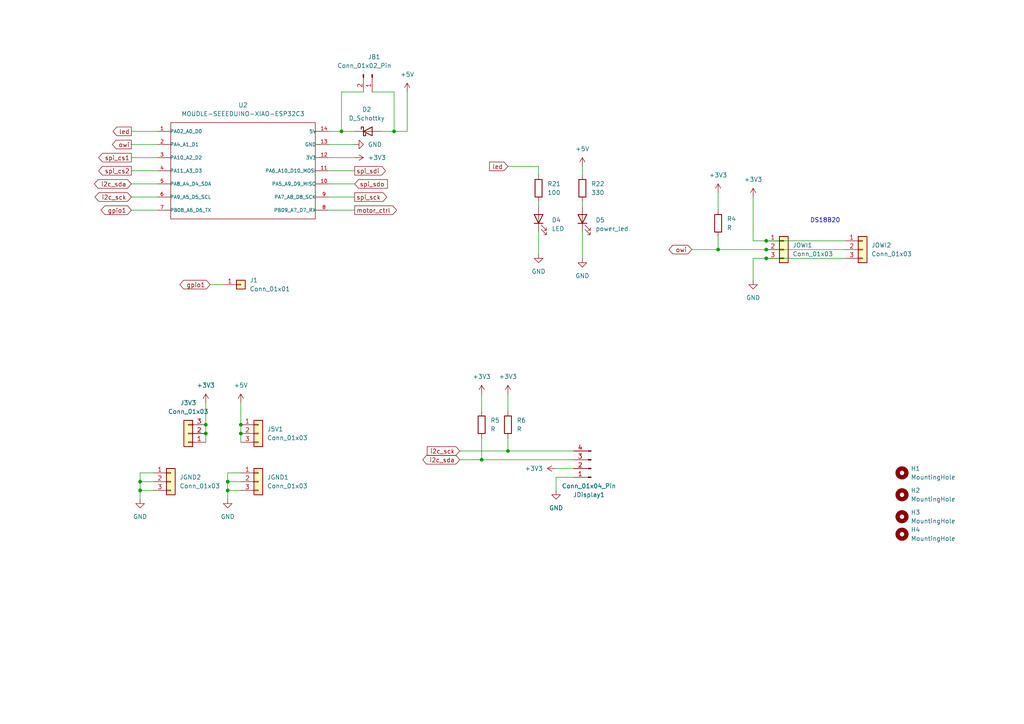
<source format=kicad_sch>
(kicad_sch (version 20230121) (generator eeschema)
  (paper "A4")
  (lib_symbols
    (symbol "Connector:Conn_01x02_Pin" (pin_names (offset 1.016) hide)
      (property "Reference" "J" (at 0 2.54 0))
      (property "Value" "Conn_01x02_Pin" (at 0 -5.08 0))
      (symbol "Conn_01x02_Pin_1_1"
        (polyline (pts (xy 1.27 -2.54) (xy 0.8636 -2.54)) (stroke (width 0.1524)))
        (polyline (pts (xy 1.27 0) (xy 0.8636 0)) (stroke (width 0.1524)))
        (rectangle (start 0.8636 -2.413) (end 0 -2.667) (stroke (width 0.1524)) (fill (type outline)))
        (rectangle (start 0.8636 0.127) (end 0 -0.127) (stroke (width 0.1524)) (fill (type outline)))
        (pin passive line (at 5.08 0 180) (length 3.81) (name "Pin_1") (number "1"))
        (pin passive line (at 5.08 -2.54 180) (length 3.81) (name "Pin_2") (number "2"))
      )
    )
    (symbol "Connector:Conn_01x04_Pin" (pin_names (offset 1.016) hide)
      (property "Reference" "J" (at 0 5.08 0))
      (property "Value" "Conn_01x04_Pin" (at 0 -7.62 0))
      (symbol "Conn_01x04_Pin_1_1"
        (polyline (pts (xy 1.27 -5.08) (xy 0.8636 -5.08)) (stroke (width 0.1524)))
        (polyline (pts (xy 1.27 -2.54) (xy 0.8636 -2.54)) (stroke (width 0.1524)))
        (polyline (pts (xy 1.27 0) (xy 0.8636 0)) (stroke (width 0.1524)))
        (polyline (pts (xy 1.27 2.54) (xy 0.8636 2.54)) (stroke (width 0.1524)))
        (rectangle (start 0.8636 -4.953) (end 0 -5.207) (stroke (width 0.1524)) (fill (type outline)))
        (rectangle (start 0.8636 -2.413) (end 0 -2.667) (stroke (width 0.1524)) (fill (type outline)))
        (rectangle (start 0.8636 0.127) (end 0 -0.127) (stroke (width 0.1524)) (fill (type outline)))
        (rectangle (start 0.8636 2.667) (end 0 2.413) (stroke (width 0.1524)) (fill (type outline)))
        (pin passive line (at 5.08 2.54 180) (length 3.81) (name "Pin_1") (number "1"))
        (pin passive line (at 5.08 0 180) (length 3.81) (name "Pin_2") (number "2"))
        (pin passive line (at 5.08 -2.54 180) (length 3.81) (name "Pin_3") (number "3"))
        (pin passive line (at 5.08 -5.08 180) (length 3.81) (name "Pin_4") (number "4"))
      )
    )
    (symbol "Connector_Generic:Conn_01x01" (pin_names (offset 1.016) hide)
      (property "Reference" "J" (at 0 2.54 0))
      (property "Value" "Conn_01x01" (at 0 -2.54 0))
      (symbol "Conn_01x01_1_1"
        (rectangle (start -1.27 0.127) (end 0 -0.127) (stroke (width 0.1524)))
        (rectangle (start -1.27 1.27) (end 1.27 -1.27) (stroke (width 0.254)) (fill (type background)))
        (pin passive line (at -5.08 0 0) (length 3.81) (name "Pin_1") (number "1"))
      )
    )
    (symbol "Connector_Generic:Conn_01x03" (pin_names (offset 1.016) hide)
      (property "Reference" "J" (at 0 5.08 0))
      (property "Value" "Conn_01x03" (at 0 -5.08 0))
      (symbol "Conn_01x03_1_1"
        (rectangle (start -1.27 -2.413) (end 0 -2.667) (stroke (width 0.1524)))
        (rectangle (start -1.27 0.127) (end 0 -0.127) (stroke (width 0.1524)))
        (rectangle (start -1.27 2.667) (end 0 2.413) (stroke (width 0.1524)))
        (rectangle (start -1.27 3.81) (end 1.27 -3.81) (stroke (width 0.254)) (fill (type background)))
        (pin passive line (at -5.08 2.54 0) (length 3.81) (name "Pin_1") (number "1"))
        (pin passive line (at -5.08 0 0) (length 3.81) (name "Pin_2") (number "2"))
        (pin passive line (at -5.08 -2.54 0) (length 3.81) (name "Pin_3") (number "3"))
      )
    )
    (symbol "Device:D_Schottky" (pin_numbers hide) (pin_names (offset 1.016) hide)
      (property "Reference" "D" (at 0 2.54 0))
      (property "Value" "D_Schottky" (at 0 -2.54 0))
      (symbol "D_Schottky_0_1"
        (polyline (pts (xy 1.27 0) (xy -1.27 0)))
        (polyline (pts (xy 1.27 1.27) (xy 1.27 -1.27) (xy -1.27 0) (xy 1.27 1.27)) (stroke (width 0.254)))
        (polyline (pts (xy -1.905 0.635) (xy -1.905 1.27) (xy -1.27 1.27) (xy -1.27 -1.27) (xy -0.635 -1.27) (xy -0.635 -0.635)) (stroke (width 0.254)))
      )
      (symbol "D_Schottky_1_1"
        (pin passive line (at -3.81 0 0) (length 2.54) (name "K") (number "1"))
        (pin passive line (at 3.81 0 180) (length 2.54) (name "A") (number "2"))
      )
    )
    (symbol "Device:LED" (pin_numbers hide) (pin_names (offset 1.016) hide)
      (property "Reference" "D" (at 0 2.54 0))
      (property "Value" "LED" (at 0 -2.54 0))
      (symbol "LED_0_1"
        (polyline (pts (xy -1.27 -1.27) (xy -1.27 1.27)) (stroke (width 0.254)))
        (polyline (pts (xy -1.27 0) (xy 1.27 0)))
        (polyline (pts (xy 1.27 -1.27) (xy 1.27 1.27) (xy -1.27 0) (xy 1.27 -1.27)) (stroke (width 0.254)))
        (polyline (pts (xy -3.048 -0.762) (xy -4.572 -2.286) (xy -3.81 -2.286) (xy -4.572 -2.286) (xy -4.572 -1.524)))
        (polyline (pts (xy -1.778 -0.762) (xy -3.302 -2.286) (xy -2.54 -2.286) (xy -3.302 -2.286) (xy -3.302 -1.524)))
      )
      (symbol "LED_1_1"
        (pin passive line (at -3.81 0 0) (length 2.54) (name "K") (number "1"))
        (pin passive line (at 3.81 0 180) (length 2.54) (name "A") (number "2"))
      )
    )
    (symbol "Device:R" (pin_numbers hide) (pin_names (offset 0))
      (property "Reference" "R" (at 2.032 0 90))
      (property "Value" "R" (at 0 0 90))
      (symbol "R_0_1"
        (rectangle (start -1.016 -2.54) (end 1.016 2.54) (stroke (width 0.254)))
      )
      (symbol "R_1_1"
        (pin passive line (at 0 3.81 270) (length 1.27) (name "~") (number "1"))
        (pin passive line (at 0 -3.81 90) (length 1.27) (name "~") (number "2"))
      )
    )
    (symbol "MOUDLE-SEEEDUINO-XIAO-ESP32C3:MOUDLE-SEEEDUINO-XIAO-ESP32C3" (pin_names (offset 1.016))
      (property "Reference" "U" (at -21.59 15.24 0))
      (property "Value" "MOUDLE-SEEEDUINO-XIAO-ESP32C3" (at -21.59 13.97 0))
      (symbol "MOUDLE-SEEEDUINO-XIAO-ESP32C3_0_0"
        (polyline (pts (xy -21.59 -13.97) (xy -21.59 0)) (stroke (width 0.1524)))
        (polyline (pts (xy -21.59 -11.43) (xy -22.86 -11.43)) (stroke (width 0.1524)))
        (polyline (pts (xy -21.59 -7.62) (xy -22.86 -7.62)) (stroke (width 0.1524)))
        (polyline (pts (xy -21.59 -3.81) (xy -22.86 -3.81)) (stroke (width 0.1524)))
        (polyline (pts (xy -21.59 0) (xy -22.86 0)) (stroke (width 0.1524)))
        (polyline (pts (xy -21.59 0) (xy -21.59 3.81)) (stroke (width 0.1524)))
        (polyline (pts (xy -21.59 3.81) (xy -22.86 3.81)) (stroke (width 0.1524)))
        (polyline (pts (xy -21.59 3.81) (xy -21.59 7.62)) (stroke (width 0.1524)))
        (polyline (pts (xy -21.59 7.62) (xy -22.86 7.62)) (stroke (width 0.1524)))
        (polyline (pts (xy -21.59 7.62) (xy -21.59 11.43)) (stroke (width 0.1524)))
        (polyline (pts (xy -21.59 11.43) (xy -22.86 11.43)) (stroke (width 0.1524)))
        (polyline (pts (xy -21.59 11.43) (xy -21.59 13.97)) (stroke (width 0.1524)))
        (polyline (pts (xy -21.59 13.97) (xy 20.32 13.97)) (stroke (width 0.1524)))
        (polyline (pts (xy 20.32 -13.97) (xy -21.59 -13.97)) (stroke (width 0.1524)))
        (polyline (pts (xy 20.32 3.81) (xy 20.32 -13.97)) (stroke (width 0.1524)))
        (polyline (pts (xy 20.32 7.62) (xy 20.32 3.81)) (stroke (width 0.1524)))
        (polyline (pts (xy 20.32 11.43) (xy 20.32 7.62)) (stroke (width 0.1524)))
        (polyline (pts (xy 20.32 13.97) (xy 20.32 11.43)) (stroke (width 0.1524)))
        (polyline (pts (xy 21.59 -11.43) (xy 20.32 -11.43)) (stroke (width 0.1524)))
        (polyline (pts (xy 21.59 -7.62) (xy 20.32 -7.62)) (stroke (width 0.1524)))
        (polyline (pts (xy 21.59 -3.81) (xy 20.32 -3.81)) (stroke (width 0.1524)))
        (polyline (pts (xy 21.59 0) (xy 20.32 0)) (stroke (width 0.1524)))
        (polyline (pts (xy 21.59 3.81) (xy 20.32 3.81)) (stroke (width 0.1524)))
        (polyline (pts (xy 21.59 7.62) (xy 20.32 7.62)) (stroke (width 0.1524)))
        (polyline (pts (xy 21.59 11.43) (xy 20.32 11.43)) (stroke (width 0.1524)))
        (pin bidirectional line (at -25.4 11.43 0) (length 2.54) (name "PA02_A0_D0") (number "1"))
        (pin bidirectional line (at 24.13 -3.81 180) (length 2.54) (name "PA5_A9_D9_MISO") (number "10"))
        (pin bidirectional line (at 24.13 0 180) (length 2.54) (name "PA6_A10_D10_MOSI") (number "11"))
        (pin bidirectional line (at 24.13 3.81 180) (length 2.54) (name "3V3") (number "12"))
        (pin bidirectional line (at 24.13 7.62 180) (length 2.54) (name "GND") (number "13"))
        (pin bidirectional line (at 24.13 11.43 180) (length 2.54) (name "5V") (number "14"))
        (pin bidirectional line (at -25.4 7.62 0) (length 2.54) (name "PA4_A1_D1") (number "2"))
        (pin bidirectional line (at -25.4 3.81 0) (length 2.54) (name "PA10_A2_D2") (number "3"))
        (pin bidirectional line (at -25.4 0 0) (length 2.54) (name "PA11_A3_D3") (number "4"))
        (pin bidirectional line (at -25.4 -3.81 0) (length 2.54) (name "PA8_A4_D4_SDA") (number "5"))
        (pin bidirectional line (at -25.4 -7.62 0) (length 2.54) (name "PA9_A5_D5_SCL") (number "6"))
        (pin bidirectional line (at -25.4 -11.43 0) (length 2.54) (name "PB08_A6_D6_TX") (number "7"))
        (pin bidirectional line (at 24.13 -11.43 180) (length 2.54) (name "PB09_A7_D7_RX") (number "8"))
        (pin bidirectional line (at 24.13 -7.62 180) (length 2.54) (name "PA7_A8_D8_SCK") (number "9"))
      )
    )
    (symbol "Mechanical:MountingHole" (pin_names (offset 1.016))
      (property "Reference" "H" (at 0 5.08 0))
      (property "Value" "MountingHole" (at 0 3.175 0))
      (symbol "MountingHole_0_1"
        (circle (center 0 0) (radius 1.27) (stroke (width 1.27)))
      )
    )
    (symbol "power:+3V3" (power) (pin_names (offset 0))
      (property "Value" "+3V3" (at 0 3.556 0))
      (symbol "+3V3_0_1"
        (polyline (pts (xy -0.762 1.27) (xy 0 2.54)))
        (polyline (pts (xy 0 0) (xy 0 2.54)))
        (polyline (pts (xy 0 2.54) (xy 0.762 1.27)))
      )
      (symbol "+3V3_1_1"
        (pin power_in line (at 0 0 90) (length 0) hide (name "+3V3") (number "1"))
      )
    )
    (symbol "power:+5V" (power) (pin_names (offset 0))
      (property "Value" "+5V" (at 0 3.556 0))
      (symbol "+5V_0_1"
        (polyline (pts (xy -0.762 1.27) (xy 0 2.54)))
        (polyline (pts (xy 0 0) (xy 0 2.54)))
        (polyline (pts (xy 0 2.54) (xy 0.762 1.27)))
      )
      (symbol "+5V_1_1"
        (pin power_in line (at 0 0 90) (length 0) hide (name "+5V") (number "1"))
      )
    )
    (symbol "power:GND" (power) (pin_names (offset 0))
      (property "Value" "GND" (at 0 -3.81 0))
      (symbol "GND_0_1"
        (polyline (pts (xy 0 0) (xy 0 -1.27) (xy 1.27 -1.27) (xy 0 -2.54) (xy -1.27 -1.27) (xy 0 -1.27)))
      )
      (symbol "GND_1_1"
        (pin power_in line (at 0 0 270) (length 0) hide (name "GND") (number "1"))
      )
    )
  )
  (junction (at 139.7 133.35))
  (junction (at 114.3 38.1))
  (junction (at 59.69 123.19))
  (junction (at 59.69 125.73))
  (junction (at 66.04 139.7))
  (junction (at 69.85 123.19))
  (junction (at 222.25 74.93))
  (junction (at 69.85 125.73))
  (junction (at 99.06 38.1))
  (junction (at 208.28 72.39))
  (junction (at 222.25 72.39))
  (junction (at 40.64 142.24))
  (junction (at 147.32 130.81))
  (junction (at 222.25 69.85))
  (junction (at 66.04 142.24))
  (junction (at 40.64 139.7))
  (wire (pts (xy 156.21 67.31) (xy 156.21 73.66)))
  (wire (pts (xy 38.1 45.72) (xy 45.72 45.72)))
  (wire (pts (xy 156.21 58.42) (xy 156.21 59.69)))
  (wire (pts (xy 38.1 53.34) (xy 45.72 53.34)))
  (wire (pts (xy 161.29 142.24) (xy 161.29 138.43)))
  (wire (pts (xy 168.91 58.42) (xy 168.91 59.69)))
  (wire (pts (xy 66.04 142.24) (xy 69.85 142.24)))
  (wire (pts (xy 38.1 57.15) (xy 45.72 57.15)))
  (wire (pts (xy 147.32 114.3) (xy 147.32 119.38)))
  (wire (pts (xy 139.7 133.35) (xy 166.37 133.35)))
  (wire (pts (xy 95.25 60.96) (xy 102.87 60.96)))
  (wire (pts (xy 69.85 116.84) (xy 69.85 123.19)))
  (wire (pts (xy 99.06 26.67) (xy 99.06 38.1)))
  (wire (pts (xy 95.25 57.15) (xy 102.87 57.15)))
  (wire (pts (xy 222.25 74.93) (xy 218.44 74.93)))
  (wire (pts (xy 38.1 38.1) (xy 45.72 38.1)))
  (wire (pts (xy 40.64 144.78) (xy 40.64 142.24)))
  (wire (pts (xy 59.69 125.73) (xy 59.69 128.27)))
  (wire (pts (xy 218.44 74.93) (xy 218.44 81.28)))
  (wire (pts (xy 222.25 69.85) (xy 245.11 69.85)))
  (wire (pts (xy 208.28 72.39) (xy 222.25 72.39)))
  (wire (pts (xy 105.41 26.67) (xy 99.06 26.67)))
  (wire (pts (xy 95.25 45.72) (xy 102.87 45.72)))
  (wire (pts (xy 40.64 137.16) (xy 44.45 137.16)))
  (wire (pts (xy 147.32 130.81) (xy 166.37 130.81)))
  (wire (pts (xy 208.28 55.88) (xy 208.28 60.96)))
  (wire (pts (xy 208.28 68.58) (xy 208.28 72.39)))
  (wire (pts (xy 118.11 26.67) (xy 118.11 38.1)))
  (wire (pts (xy 95.25 53.34) (xy 102.87 53.34)))
  (wire (pts (xy 40.64 142.24) (xy 40.64 139.7)))
  (wire (pts (xy 66.04 137.16) (xy 69.85 137.16)))
  (wire (pts (xy 59.69 123.19) (xy 59.69 125.73)))
  (wire (pts (xy 114.3 26.67) (xy 114.3 38.1)))
  (wire (pts (xy 69.85 125.73) (xy 69.85 128.27)))
  (wire (pts (xy 156.21 48.26) (xy 156.21 50.8)))
  (wire (pts (xy 59.69 116.84) (xy 59.69 123.19)))
  (wire (pts (xy 38.1 41.91) (xy 45.72 41.91)))
  (wire (pts (xy 168.91 48.26) (xy 168.91 50.8)))
  (wire (pts (xy 133.35 130.81) (xy 147.32 130.81)))
  (wire (pts (xy 139.7 127) (xy 139.7 133.35)))
  (wire (pts (xy 38.1 49.53) (xy 45.72 49.53)))
  (wire (pts (xy 139.7 114.3) (xy 139.7 119.38)))
  (wire (pts (xy 107.95 26.67) (xy 114.3 26.67)))
  (wire (pts (xy 69.85 123.19) (xy 69.85 125.73)))
  (wire (pts (xy 60.96 82.55) (xy 64.77 82.55)))
  (wire (pts (xy 66.04 144.78) (xy 66.04 142.24)))
  (wire (pts (xy 95.25 41.91) (xy 102.87 41.91)))
  (wire (pts (xy 222.25 69.85) (xy 218.44 69.85)))
  (wire (pts (xy 168.91 67.31) (xy 168.91 74.93)))
  (wire (pts (xy 95.25 49.53) (xy 102.87 49.53)))
  (wire (pts (xy 114.3 38.1) (xy 118.11 38.1)))
  (wire (pts (xy 66.04 139.7) (xy 69.85 139.7)))
  (wire (pts (xy 99.06 38.1) (xy 102.87 38.1)))
  (wire (pts (xy 38.1 60.96) (xy 45.72 60.96)))
  (wire (pts (xy 161.29 138.43) (xy 166.37 138.43)))
  (wire (pts (xy 200.66 72.39) (xy 208.28 72.39)))
  (wire (pts (xy 110.49 38.1) (xy 114.3 38.1)))
  (wire (pts (xy 95.25 38.1) (xy 99.06 38.1)))
  (wire (pts (xy 147.32 48.26) (xy 156.21 48.26)))
  (wire (pts (xy 40.64 139.7) (xy 44.45 139.7)))
  (wire (pts (xy 133.35 133.35) (xy 139.7 133.35)))
  (wire (pts (xy 40.64 142.24) (xy 44.45 142.24)))
  (wire (pts (xy 66.04 139.7) (xy 66.04 137.16)))
  (wire (pts (xy 222.25 72.39) (xy 245.11 72.39)))
  (wire (pts (xy 218.44 57.15) (xy 218.44 69.85)))
  (wire (pts (xy 147.32 127) (xy 147.32 130.81)))
  (wire (pts (xy 161.29 135.89) (xy 166.37 135.89)))
  (wire (pts (xy 66.04 142.24) (xy 66.04 139.7)))
  (wire (pts (xy 40.64 139.7) (xy 40.64 137.16)))
  (wire (pts (xy 222.25 74.93) (xy 245.11 74.93)))
  (text "DS18B20" (at 234.95 64.77 0) (effects (font (size 1.27 1.27)) (justify left bottom)))
  (global_label "motor_ctrl" (shape output) (at 102.87 60.96 0) (property "Intersheetrefs" "${INTERSHEET_REFS}" (effects hide)))
  (global_label "led" (shape input) (at 147.32 48.26 180) (property "Intersheetrefs" "${INTERSHEET_REFS}" (effects hide)))
  (global_label "i2c_sda" (shape bidirectional) (at 133.35 133.35 180) (property "Intersheetrefs" "${INTERSHEET_REFS}" (effects hide)))
  (global_label "led" (shape output) (at 38.1 38.1 180) (property "Intersheetrefs" "${INTERSHEET_REFS}" (effects hide)))
  (global_label "owi" (shape output) (at 38.1 41.91 180) (property "Intersheetrefs" "${INTERSHEET_REFS}" (effects hide)))
  (global_label "i2c_sda" (shape bidirectional) (at 38.1 53.34 180) (property "Intersheetrefs" "${INTERSHEET_REFS}" (effects hide)))
  (global_label "spi_sdi" (shape output) (at 102.87 49.53 0) (property "Intersheetrefs" "${INTERSHEET_REFS}" (effects hide)))
  (global_label "spi_sdo" (shape input) (at 102.87 53.34 0) (property "Intersheetrefs" "${INTERSHEET_REFS}" (effects hide)))
  (global_label "spi_sck" (shape output) (at 102.87 57.15 0) (property "Intersheetrefs" "${INTERSHEET_REFS}" (effects hide)))
  (global_label "spi_cs1" (shape output) (at 38.1 45.72 180) (property "Intersheetrefs" "${INTERSHEET_REFS}" (effects hide)))
  (global_label "gpio1" (shape bidirectional) (at 60.96 82.55 180) (property "Intersheetrefs" "${INTERSHEET_REFS}" (effects hide)))
  (global_label "owi" (shape bidirectional) (at 200.66 72.39 180) (property "Intersheetrefs" "${INTERSHEET_REFS}" (effects hide)))
  (global_label "spi_cs2" (shape output) (at 38.1 49.53 180) (property "Intersheetrefs" "${INTERSHEET_REFS}" (effects hide)))
  (global_label "i2c_sck" (shape bidirectional) (at 38.1 57.15 180) (property "Intersheetrefs" "${INTERSHEET_REFS}" (effects hide)))
  (global_label "gpio1" (shape bidirectional) (at 38.1 60.96 180) (property "Intersheetrefs" "${INTERSHEET_REFS}" (effects hide)))
  (global_label "i2c_sck" (shape input) (at 133.35 130.81 180) (property "Intersheetrefs" "${INTERSHEET_REFS}" (effects hide)))
  (symbol (lib_id "Connector:Conn_01x02_Pin") (at 107.95 21.59 270) (unit 1)
    (property "Reference" "JB1" (at 106.68 16.51 90) (effects (justify left)))
    (property "Value" "Conn_01x02_Pin" (at 97.79 19.05 90) (effects (justify left)))
    (property "Footprint" "Connector_PinHeader_2.54mm:PinHeader_1x02_P2.54mm_Vertical" (effects hide))
  )
  (symbol (lib_id "Device:R") (at 208.28 64.77 0) (unit 1)
    (property "Reference" "R4" (at 210.82 63.5 0) (effects (justify left)))
    (property "Value" "R" (at 210.82 66.04 0) (effects (justify left)))
    (property "Footprint" "Resistor_SMD:R_0603_1608Metric_Pad0.98x0.95mm_HandSolder" (effects hide))
  )
  (symbol (lib_id "Mechanical:MountingHole") (at 261.62 149.86 0) (unit 1)
    (property "Reference" "H3" (at 264.16 148.59 0) (effects (justify left)))
    (property "Value" "MountingHole" (at 264.16 151.13 0) (effects (justify left)))
    (property "Footprint" "MountingHole:MountingHole_3.2mm_M3" (effects hide))
  )
  (symbol (lib_id "Connector_Generic:Conn_01x03") (at 49.53 139.7 0) (unit 1)
    (property "Reference" "JGND2" (at 52.07 138.43 0) (effects (justify left)))
    (property "Value" "Conn_01x03" (at 52.07 140.97 0) (effects (justify left)))
    (property "Footprint" "Connector_PinHeader_2.54mm:PinHeader_1x03_P2.54mm_Vertical" (effects hide))
  )
  (symbol (lib_id "Device:LED") (at 156.21 63.5 90) (unit 1)
    (property "Reference" "D4" (at 160.02 63.8175 90) (effects (justify right)))
    (property "Value" "LED" (at 160.02 66.3575 90) (effects (justify right)))
    (property "Footprint" "LED_SMD:LED_0603_1608Metric_Pad1.05x0.95mm_HandSolder" (effects hide))
  )
  (symbol (lib_id "Connector_Generic:Conn_01x03") (at 74.93 139.7 0) (unit 1)
    (property "Reference" "JGND1" (at 77.47 138.43 0) (effects (justify left)))
    (property "Value" "Conn_01x03" (at 77.47 140.97 0) (effects (justify left)))
    (property "Footprint" "Connector_PinHeader_2.54mm:PinHeader_1x03_P2.54mm_Vertical" (effects hide))
  )
  (symbol (lib_id "power:GND") (at 40.64 144.78 0) (unit 1)
    (property "Reference" "#PWR033" (effects hide))
    (property "Value" "GND" (at 40.64 149.86 0))
  )
  (symbol (lib_id "power:+3V3") (at 147.32 114.3 0) (unit 1)
    (property "Reference" "#PWR015" (effects hide))
    (property "Value" "+3V3" (at 147.32 109.22 0))
  )
  (symbol (lib_id "power:+5V") (at 69.85 116.84 0) (unit 1)
    (property "Reference" "#PWR028" (effects hide))
    (property "Value" "+5V" (at 69.85 111.76 0))
  )
  (symbol (lib_id "power:+5V") (at 168.91 48.26 0) (unit 1)
    (property "Reference" "#PWR014" (effects hide))
    (property "Value" "+5V" (at 168.91 43.18 0))
  )
  (symbol (lib_id "power:+3V3") (at 102.87 45.72 270) (unit 1)
    (property "Reference" "#PWR03" (effects hide))
    (property "Value" "+3V3" (at 106.68 45.72 90) (effects (justify left)))
  )
  (symbol (lib_id "Device:R") (at 156.21 54.61 0) (unit 1)
    (property "Reference" "R21" (at 158.75 53.34 0) (effects (justify left)))
    (property "Value" "100" (at 158.75 55.88 0) (effects (justify left)))
    (property "Footprint" "Resistor_SMD:R_0603_1608Metric_Pad0.98x0.95mm_HandSolder" (effects hide))
  )
  (symbol (lib_id "Connector_Generic:Conn_01x01") (at 69.85 82.55 0) (unit 1)
    (property "Reference" "J1" (at 72.39 81.28 0) (effects (justify left)))
    (property "Value" "Conn_01x01" (at 72.39 83.82 0) (effects (justify left)))
    (property "Footprint" "Connector_PinHeader_2.54mm:PinHeader_1x01_P2.54mm_Vertical" (effects hide))
  )
  (symbol (lib_id "power:+3V3") (at 218.44 57.15 0) (unit 1)
    (property "Reference" "#PWR017" (effects hide))
    (property "Value" "+3V3" (at 218.44 52.07 0))
  )
  (symbol (lib_id "Connector:Conn_01x04_Pin") (at 171.45 135.89 180) (unit 1)
    (property "Reference" "JDisplay1" (at 170.815 143.51 0))
    (property "Value" "Conn_01x04_Pin" (at 170.815 140.97 0))
    (property "Footprint" "Connector_PinHeader_2.54mm:PinHeader_1x04_P2.54mm_Vertical" (effects hide))
  )
  (symbol (lib_id "power:+5V") (at 118.11 26.67 0) (unit 1)
    (property "Reference" "#PWR02" (effects hide))
    (property "Value" "+5V" (at 118.11 21.59 0))
  )
  (symbol (lib_id "Device:D_Schottky") (at 106.68 38.1 0) (unit 1)
    (property "Reference" "D2" (at 106.3625 31.75 0))
    (property "Value" "D_Schottky" (at 106.3625 34.29 0))
    (property "Footprint" "Diode_SMD:D_SMB_Handsoldering" (effects hide))
  )
  (symbol (lib_id "power:GND") (at 218.44 81.28 0) (unit 1)
    (property "Reference" "#PWR016" (effects hide))
    (property "Value" "GND" (at 218.44 86.36 0))
  )
  (symbol (lib_id "power:GND") (at 102.87 41.91 90) (unit 1)
    (property "Reference" "#PWR01" (effects hide))
    (property "Value" "GND" (at 106.68 41.91 90) (effects (justify right)))
  )
  (symbol (lib_id "power:GND") (at 66.04 144.78 0) (unit 1)
    (property "Reference" "#PWR027" (effects hide))
    (property "Value" "GND" (at 66.04 149.86 0))
  )
  (symbol (lib_id "Mechanical:MountingHole") (at 261.62 154.94 0) (unit 1)
    (property "Reference" "H4" (at 264.16 153.67 0) (effects (justify left)))
    (property "Value" "MountingHole" (at 264.16 156.21 0) (effects (justify left)))
    (property "Footprint" "MountingHole:MountingHole_3.2mm_M3" (effects hide))
  )
  (symbol (lib_id "Device:LED") (at 168.91 63.5 90) (unit 1)
    (property "Reference" "D5" (at 172.72 63.8175 90) (effects (justify right)))
    (property "Value" "power_led" (at 172.72 66.3575 90) (effects (justify right)))
    (property "Footprint" "LED_SMD:LED_0603_1608Metric_Pad1.05x0.95mm_HandSolder" (effects hide))
  )
  (symbol (lib_id "Connector_Generic:Conn_01x03") (at 250.19 72.39 0) (unit 1)
    (property "Reference" "JOWI2" (at 252.73 71.12 0) (effects (justify left)))
    (property "Value" "Conn_01x03" (at 252.73 73.66 0) (effects (justify left)))
    (property "Footprint" "Connector_PinHeader_2.54mm:PinHeader_1x03_P2.54mm_Vertical" (effects hide))
  )
  (symbol (lib_id "power:GND") (at 168.91 74.93 0) (unit 1)
    (property "Reference" "#PWR012" (effects hide))
    (property "Value" "GND" (at 168.91 80.01 0))
  )
  (symbol (lib_id "Connector_Generic:Conn_01x03") (at 227.33 72.39 0) (unit 1)
    (property "Reference" "JOWI1" (at 229.87 71.12 0) (effects (justify left)))
    (property "Value" "Conn_01x03" (at 229.87 73.66 0) (effects (justify left)))
    (property "Footprint" "Connector_PinHeader_2.54mm:PinHeader_1x03_P2.54mm_Vertical" (effects hide))
  )
  (symbol (lib_id "Device:R") (at 139.7 123.19 0) (unit 1)
    (property "Reference" "R5" (at 142.24 121.92 0) (effects (justify left)))
    (property "Value" "R" (at 142.24 124.46 0) (effects (justify left)))
    (property "Footprint" "Resistor_SMD:R_0603_1608Metric_Pad0.98x0.95mm_HandSolder" (effects hide))
  )
  (symbol (lib_id "Device:R") (at 168.91 54.61 0) (unit 1)
    (property "Reference" "R22" (at 171.45 53.34 0) (effects (justify left)))
    (property "Value" "330" (at 171.45 55.88 0) (effects (justify left)))
    (property "Footprint" "Resistor_SMD:R_0603_1608Metric_Pad0.98x0.95mm_HandSolder" (effects hide))
  )
  (symbol (lib_id "Device:R") (at 147.32 123.19 0) (unit 1)
    (property "Reference" "R6" (at 149.86 121.92 0) (effects (justify left)))
    (property "Value" "R" (at 149.86 124.46 0) (effects (justify left)))
    (property "Footprint" "Resistor_SMD:R_0603_1608Metric_Pad0.98x0.95mm_HandSolder" (effects hide))
  )
  (symbol (lib_id "power:+3V3") (at 59.69 116.84 0) (unit 1)
    (property "Reference" "#PWR026" (effects hide))
    (property "Value" "+3V3" (at 59.69 111.76 0))
  )
  (symbol (lib_id "power:+3V3") (at 161.29 135.89 90) (unit 1)
    (property "Reference" "#PWR034" (effects hide))
    (property "Value" "+3V3" (at 157.48 135.89 90) (effects (justify left)))
  )
  (symbol (lib_id "Mechanical:MountingHole") (at 261.62 137.16 0) (unit 1)
    (property "Reference" "H1" (at 264.16 135.89 0) (effects (justify left)))
    (property "Value" "MountingHole" (at 264.16 138.43 0) (effects (justify left)))
    (property "Footprint" "MountingHole:MountingHole_3.2mm_M3" (effects hide))
  )
  (symbol (lib_id "power:+3V3") (at 208.28 55.88 0) (unit 1)
    (property "Reference" "#PWR018" (effects hide))
    (property "Value" "+3V3" (at 208.28 50.8 0))
  )
  (symbol (lib_id "power:GND") (at 156.21 73.66 0) (unit 1)
    (property "Reference" "#PWR011" (effects hide))
    (property "Value" "GND" (at 156.21 78.74 0))
  )
  (symbol (lib_id "Connector_Generic:Conn_01x03") (at 74.93 125.73 0) (unit 1)
    (property "Reference" "J5V1" (at 77.47 124.46 0) (effects (justify left)))
    (property "Value" "Conn_01x03" (at 77.47 127 0) (effects (justify left)))
    (property "Footprint" "Connector_PinHeader_2.54mm:PinHeader_1x03_P2.54mm_Vertical" (effects hide))
  )
  (symbol (lib_id "Mechanical:MountingHole") (at 261.62 143.51 0) (unit 1)
    (property "Reference" "H2" (at 264.16 142.24 0) (effects (justify left)))
    (property "Value" "MountingHole" (at 264.16 144.78 0) (effects (justify left)))
    (property "Footprint" "MountingHole:MountingHole_3.2mm_M3" (effects hide))
  )
  (symbol (lib_id "MOUDLE-SEEEDUINO-XIAO-ESP32C3:MOUDLE-SEEEDUINO-XIAO-ESP32C3") (at 71.12 49.53 0) (unit 1)
    (property "Reference" "U2" (at 70.485 30.48 0))
    (property "Value" "MOUDLE-SEEEDUINO-XIAO-ESP32C3" (at 70.485 33.02 0))
    (property "Footprint" "xiao ESP32C3_PCB:flo_esp32s3" (effects hide))
  )
  (symbol (lib_id "power:GND") (at 161.29 142.24 0) (unit 1)
    (property "Reference" "#PWR035" (effects hide))
    (property "Value" "GND" (at 161.29 147.32 0))
  )
  (symbol (lib_id "power:+3V3") (at 139.7 114.3 0) (unit 1)
    (property "Reference" "#PWR013" (effects hide))
    (property "Value" "+3V3" (at 139.7 109.22 0))
  )
  (symbol (lib_id "Connector_Generic:Conn_01x03") (at 54.61 125.73 180) (unit 1)
    (property "Reference" "J3V3" (at 54.61 116.84 0))
    (property "Value" "Conn_01x03" (at 54.61 119.38 0))
    (property "Footprint" "Connector_PinHeader_2.54mm:PinHeader_1x03_P2.54mm_Vertical" (effects hide))
  )
  (sheet (at 320.04 58.42) (size 91.44 27.94) (stroke (width 0.1524))
    (property "Sheetname" "power_5V" (at 320.04 57.7084 0) (effects (justify left bottom)))
    (property "Sheetfile" "power_5v.kicad_sch" (at 320.04 86.9446 0) (effects (justify left top)))
  )
  (sheet (at 320.04 106.68) (size 91.44 30.48) (stroke (width 0.1524))
    (property "Sheetname" "bottom_max" (at 320.04 105.9684 0) (effects (justify left bottom)))
    (property "Sheetfile" "bottom_max.kicad_sch" (at 320.04 137.7446 0) (effects (justify left top)))
  )
  (sheet (at 318.77 0) (size 93.98 41.91) (stroke (width 0.1524))
    (property "Sheetname" "motor_control" (at 318.77 -0.7116 0) (effects (justify left bottom)))
    (property "Sheetfile" "motor_control.kicad_sch" (at 318.77 42.4946 0) (effects (justify left top)))
  )
)
</source>
